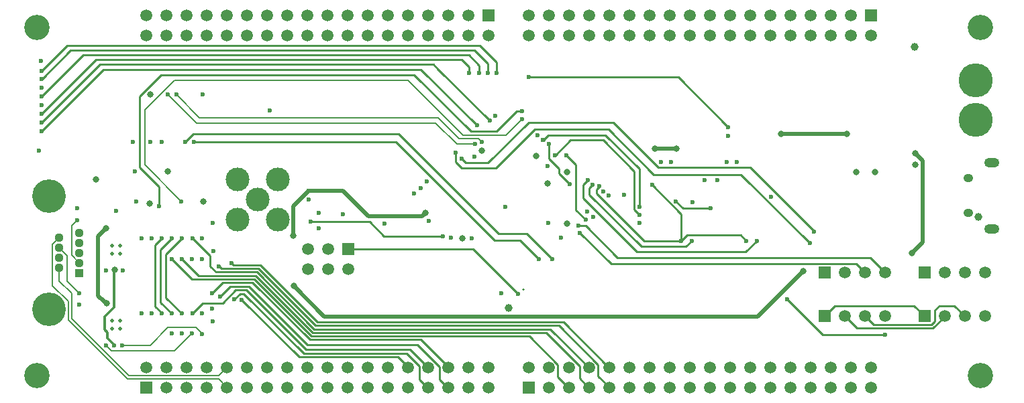
<source format=gbr>
%TF.GenerationSoftware,Altium Limited,Altium Designer,22.1.2 (22)*%
G04 Layer_Physical_Order=3*
G04 Layer_Color=16440176*
%FSLAX45Y45*%
%MOMM*%
%TF.SameCoordinates,3CA235EB-07BA-4011-868A-CA015CDCDCF0*%
%TF.FilePolarity,Positive*%
%TF.FileFunction,Copper,L3,Inr,Signal*%
%TF.Part,Single*%
G01*
G75*
%TA.AperFunction,Conductor*%
%ADD51C,0.50000*%
%ADD52C,0.25000*%
%ADD53C,0.30000*%
%ADD54C,0.20000*%
%TA.AperFunction,ComponentPad*%
%ADD58C,1.50000*%
%ADD59R,1.50000X1.50000*%
%ADD60C,4.24000*%
%ADD61R,1.12000X1.12000*%
%ADD62C,1.12000*%
%ADD63O,1.90000X1.20000*%
%ADD64O,1.25000X1.05000*%
%ADD65C,4.30000*%
%ADD66C,3.00000*%
%TA.AperFunction,ViaPad*%
%ADD67C,0.80000*%
%ADD68C,0.60000*%
%ADD69C,1.00000*%
%ADD70C,0.50000*%
%ADD71C,3.20000*%
D51*
X1171882Y1210000D02*
X1180000D01*
X1105355Y1267279D02*
X1114603D01*
X1171882Y1210000D01*
X1070000Y1302634D02*
X1105355Y1267279D01*
X1070000Y1302634D02*
Y2060000D01*
X3540000Y1430000D02*
X3925000Y1045000D01*
X9395000D01*
X9970000Y1620000D01*
X4480000Y2310000D02*
X5157426D01*
X5197426Y2350000D01*
X3730000Y2630000D02*
X4160000D01*
X4480000Y2310000D01*
X3530000Y2440208D02*
X3717879Y2628087D01*
X3530000Y2070000D02*
Y2440208D01*
X3717879Y2628087D02*
X3728087D01*
X3730000Y2630000D01*
X8100000Y3170000D02*
X8370000D01*
X9690000Y3350000D02*
X10520000D01*
X11340000Y1850000D02*
X11475000Y1985000D01*
X11340000Y1850000D02*
X11340000D01*
X11475000Y1985000D02*
Y3015000D01*
X11380000Y3110000D02*
X11475000Y3015000D01*
X1070000Y2060000D02*
X1170000Y2160000D01*
D52*
X7507500Y3412500D02*
X8080000Y2840000D01*
X9180000D01*
X10050000Y1970000D01*
X8360000Y2500000D02*
X8450000Y2410000D01*
X8800000D01*
X8430000Y1990000D02*
Y2000000D01*
X8060000Y2710000D02*
X8430000Y2340000D01*
Y2000000D02*
Y2340000D01*
X7900000Y2430000D02*
Y2910000D01*
X7837500Y2392500D02*
X7900000Y2330000D01*
X7837500Y2392500D02*
Y2877500D01*
X8502500Y2072500D02*
X9177500D01*
X6696472Y3273528D02*
X6700000Y3270000D01*
X7470000Y3340000D02*
X7900000Y2910000D01*
X7962584Y2000000D02*
X8430000D01*
X6886651Y2853348D02*
X7020000Y2720000D01*
X6886651Y2853348D02*
Y2913349D01*
X6760000Y3040000D02*
X6886651Y2913349D01*
X6760000Y3040000D02*
Y3225000D01*
X7100000Y2390000D02*
Y2960000D01*
Y2390000D02*
X7220000Y2270000D01*
X6980000Y3080000D02*
X7100000Y2960000D01*
X7130000Y2190000D02*
X7220000D01*
X7190000Y2540000D02*
Y2710000D01*
Y2540000D02*
X7870000Y1860000D01*
X9240000D01*
X6840000Y3080000D02*
Y3082022D01*
X7032978Y3275000D02*
X7440000D01*
X6840000Y3082022D02*
X7032978Y3275000D01*
X7440000D02*
X7837500Y2877500D01*
X6696472Y3273528D02*
Y3286392D01*
X6750080Y3340000D01*
X7470000D01*
X7360000Y2602584D02*
X7962584Y2000000D01*
X7270000Y2580000D02*
X7922500Y1927500D01*
X8487500D01*
X6390000Y2010000D02*
X6630000Y1770000D01*
X6070000Y2010000D02*
X6390000D01*
X6480000Y2090000D02*
X6800000Y1770000D01*
X6120000Y2090000D02*
X6480000D01*
X6430000Y1390000D02*
X6432909Y1387091D01*
X4230000Y1899000D02*
X5801000D01*
X6370000Y1330000D01*
X3750000Y2240000D02*
X4495000D01*
X4675000Y2060000D01*
X5660000Y2920000D02*
X6087470D01*
X5580000Y3000000D02*
Y3110000D01*
Y3000000D02*
X5660000Y2920000D01*
X6087470D02*
X6579970Y3412500D01*
X8139969Y2927500D02*
X9297561D01*
X10100000Y2120000D02*
Y2125061D01*
X9297561Y2927500D02*
X10100000Y2125061D01*
X6579970Y3412500D02*
X7507500D01*
X6500000Y3500000D02*
X7567469D01*
X5990000Y2990000D02*
X6500000Y3500000D01*
X5710000Y2990000D02*
X5990000D01*
X7567469Y3500000D02*
X8139969Y2927500D01*
X5660000Y3040000D02*
X5710000Y2990000D01*
X3758639Y795000D02*
X6511028D01*
X6870000Y436028D01*
Y280000D02*
Y436028D01*
Y280000D02*
X7010000Y140000D01*
X3020000Y1470000D02*
X3740000Y750000D01*
X3710000Y690000D02*
X5100028D01*
X5380000Y410028D01*
X3690000Y630000D02*
X5008000D01*
X2977501Y1422500D02*
X3710000Y690000D01*
X2883735Y1253735D02*
X3607469Y530000D01*
X5380000Y250000D02*
Y410028D01*
X3665000Y575000D02*
X4961028D01*
X5121305Y414722D01*
X5008000Y630000D02*
X5238000Y400000D01*
X5121305Y248695D02*
Y414722D01*
X3038639Y1515000D02*
X3758639Y795000D01*
X4854000Y530000D02*
X4980000Y404000D01*
X2907500Y1332500D02*
X3665000Y575000D01*
X2942500Y1377500D02*
X3690000Y630000D01*
X3740000Y750000D02*
X5142000D01*
X3607469Y530000D02*
X4854000D01*
X4980000Y400000D02*
Y404000D01*
X5142000Y750000D02*
X5480000Y412000D01*
Y400000D02*
Y412000D01*
X6884028Y930000D02*
X7380000Y434028D01*
Y290000D02*
X7520000Y150000D01*
X7380000Y290000D02*
Y434028D01*
X7145305Y264695D02*
X7270000Y140000D01*
X7145305Y264695D02*
Y414723D01*
X6941001Y975000D02*
X7506000Y410000D01*
X3833198Y975000D02*
X6941001D01*
X7506000Y410000D02*
X7510000D01*
X3814558Y930000D02*
X6884028D01*
X6720028Y840000D02*
X7145305Y414723D01*
X7262000Y400000D02*
X7270000D01*
X3795918Y885000D02*
X6777000D01*
X7262000Y400000D01*
X3777279Y840000D02*
X6720028D01*
X3057279Y1560000D02*
X3777279Y840000D01*
X3075918Y1605000D02*
X3795918Y885000D01*
X3113197Y1695000D02*
X3833198Y975000D01*
X3094558Y1650000D02*
X3814558Y930000D01*
X3010000Y1650000D02*
X3094558D01*
X3010000Y1650000D02*
X3010000Y1650000D01*
X2340000Y1560000D02*
X3057279D01*
X2732500Y1422500D02*
X2977501D01*
X2859970Y1332500D02*
X2907500D01*
X2640000Y1470000D02*
X3020000D01*
X2255000Y1515000D02*
X3038639D01*
X2804969Y1377500D02*
X2942500D01*
X2790000Y1262530D02*
X2859970Y1332500D01*
X2510000Y1340000D02*
X2640000Y1470000D01*
X2610000Y1300000D02*
X2732500Y1422500D01*
X2777500Y1695000D02*
X3113197D01*
X2750000Y1722500D02*
X2777500Y1695000D01*
X2629471Y1650000D02*
X3010000D01*
X2590000Y1680000D02*
X2599471D01*
X2629471Y1650000D01*
X2555000Y1605000D02*
X3075918D01*
X2000000Y1770000D02*
X2255000Y1515000D01*
X2130000Y1770000D02*
X2340000Y1560000D01*
X2480000Y1680000D02*
X2555000Y1605000D01*
X2480000Y1680000D02*
Y1809792D01*
X2259794Y2029998D02*
X2480000Y1809792D01*
X2639985Y1212515D02*
X2804969Y1377500D01*
X1790000Y1950000D02*
X1868861Y2028861D01*
X5121305Y248695D02*
X5227473Y142527D01*
X5380000Y250000D02*
X5481472Y148528D01*
X2392515Y1212515D02*
X2639985D01*
X2259896Y1079896D02*
X2392515Y1212515D01*
X2790000Y1260000D02*
Y1262530D01*
X12248000Y1590000D02*
X12260000D01*
X3710000Y140000D02*
Y150000D01*
X3960000Y1631000D02*
X3975000Y1616000D01*
X4860000Y3350000D02*
X6120000Y2090000D01*
X4830001Y3249999D02*
X6070000Y2010000D01*
X2170000Y3250000D02*
X2270000Y3350000D01*
X2279999Y3249999D02*
X4830001D01*
X2270000Y3350000D02*
X4860000D01*
X1860000Y1220000D02*
X2000000Y1080000D01*
X1840000Y2440000D02*
Y2682531D01*
X1590000Y2932530D02*
Y3826672D01*
Y2932530D02*
X1840000Y2682531D01*
X7310000Y2707855D02*
Y2710000D01*
X3190000Y400000D02*
X3206000D01*
X3960000Y1631000D02*
X3975000Y1646000D01*
X1790000Y1169471D02*
X1870000Y1089471D01*
X1790000Y1169471D02*
Y1950000D01*
X1860000Y1890000D02*
X2000000Y2030000D01*
X1860000Y1220000D02*
Y1890000D01*
X1870000Y1080000D02*
Y1089471D01*
X1927500Y1282500D02*
X2130000Y1080000D01*
X1927500Y1282500D02*
Y1827500D01*
X2130000Y2030000D01*
X7190000Y2710000D02*
X7250000Y2770000D01*
X7270000Y2667855D02*
X7310000Y2707855D01*
X9760000Y1260000D02*
Y1260000D01*
Y1260000D02*
X10210000Y810000D01*
X11000000D01*
X7270000Y2580000D02*
Y2667855D01*
X9240000Y1860000D02*
X9380000Y2000000D01*
X8487500Y1927500D02*
X8560000Y2000000D01*
X7390000Y2680529D02*
Y2690000D01*
X7360000Y2650529D02*
X7390000Y2680529D01*
X7360000Y2602584D02*
Y2650529D01*
X7620000Y1790000D02*
X10810000D01*
X7220000Y2190000D02*
X7620000Y1790000D01*
X10810000D02*
X11000000Y1600000D01*
X7150000Y2100000D02*
X7542500Y1707500D01*
X10638500D02*
X10746000Y1600000D01*
X7542500Y1707500D02*
X10638500D01*
X6500000Y4070000D02*
X8390000D01*
X9020000Y3440000D01*
X6350000Y3640000D02*
X6420000D01*
X5772500Y3387500D02*
X6097500D01*
X6350000Y3640000D01*
X5060000Y4100000D02*
X5772500Y3387500D01*
X1863328Y4100000D02*
X5060000D01*
X1590000Y3826672D02*
X1863328Y4100000D01*
X6001163Y3519550D02*
X6010634D01*
X5360184Y4170000D02*
X6010634Y3519550D01*
X5144235Y4165765D02*
X5850000Y3460000D01*
X1135765Y4165765D02*
X5144235D01*
X1090000Y4230000D02*
X5300000D01*
X5360000Y4170000D01*
X4675000Y2060000D02*
X5420000D01*
X360000Y3390000D02*
X1135765Y4165765D01*
X360000Y3500000D02*
X1090000Y4230000D01*
X5660000Y4290000D02*
X5750000Y4200000D01*
X1040000Y4290000D02*
X5660000D01*
X360000Y3610000D02*
X1040000Y4290000D01*
X5750000Y4350000D02*
X5880000Y4220000D01*
X880000Y4350000D02*
X5750000D01*
X360000Y3830000D02*
X880000Y4350000D01*
X362530Y4050000D02*
X722530Y4410000D01*
X5820000D02*
X5990000Y4240000D01*
X722530Y4410000D02*
X5820000D01*
X360000Y4050000D02*
X362530D01*
X360000Y4150000D02*
X680000Y4470000D01*
X5750000Y4120000D02*
Y4200000D01*
X5880000Y4120000D02*
Y4220000D01*
X680000Y4470000D02*
X5890000D01*
X6100000Y4260000D01*
X5990000Y4120000D02*
Y4240000D01*
X6100000Y4120000D02*
Y4260000D01*
X9177500Y2072500D02*
X9250000Y2000000D01*
X8430000D02*
X8502500Y2072500D01*
X11603101Y897500D02*
X11750000Y1044399D01*
Y1050000D01*
X10492000D02*
X10644500Y897500D01*
X11603101D01*
X12004000Y1050000D02*
X12010000Y1044000D01*
X11874000Y1180000D02*
X12004000Y1050000D01*
X11681876Y1180000D02*
X11874000D01*
X12010000Y1040000D02*
Y1044000D01*
X11627231Y985269D02*
Y1125355D01*
X11681876Y1180000D01*
X11584462Y942500D02*
X11627231Y985269D01*
X10746000Y1050000D02*
X10853500Y942500D01*
X11584462D01*
X11496000Y1050000D02*
X11500000D01*
X11366000Y1180000D02*
X11496000Y1050000D01*
X10368000Y1180000D02*
X11366000D01*
X10238000Y1050000D02*
X10368000Y1180000D01*
X6207500Y2432500D02*
X6210000Y2430000D01*
D53*
X1150000Y880000D02*
X1189287Y840713D01*
X1270000Y680000D02*
Y686066D01*
X1189287Y766779D02*
Y840713D01*
Y766779D02*
X1270000Y686066D01*
Y1630000D02*
X1276568Y1636568D01*
X1270000Y1160000D02*
Y1630000D01*
X5197426Y2350000D02*
X5200000D01*
X1150000Y880000D02*
Y1040000D01*
X1270000Y1160000D01*
D54*
X1456005Y295000D02*
X2595000D01*
X2700000Y400000D01*
X2698000Y146000D02*
X2700000Y144000D01*
X2589000Y255000D02*
X2698000Y146000D01*
X1439437Y255000D02*
X2589000D01*
X2700000Y140000D02*
Y144000D01*
X736500Y1014505D02*
X1456005Y295000D01*
X696500Y997937D02*
X1439437Y255000D01*
X736500Y1014505D02*
Y1336172D01*
X581500Y1491173D02*
X736500Y1336172D01*
X581500Y1491173D02*
Y1659500D01*
X696500Y997937D02*
Y1232740D01*
X495500Y1433740D02*
X696500Y1232740D01*
X495500Y1433740D02*
Y1954500D01*
X581500Y2040500D01*
X1950000Y904000D02*
X2306000D01*
X1726000Y680000D02*
X1950000Y904000D01*
X2306000D02*
X2380000Y830000D01*
X5360000Y3560000D02*
X5625065Y3294936D01*
X2059999Y3850000D02*
X2350000Y3560000D01*
X5360000D01*
X2310000Y3490000D02*
X5330001D01*
X1950000Y3850000D02*
X2310000Y3490000D01*
X5330001D02*
X5595065Y3224936D01*
X5824936D01*
X5865064Y3294936D02*
X5910000Y3250000D01*
X5625065Y3294936D02*
X5865064D01*
X6215021Y3334936D02*
X6418808Y3538723D01*
X5675065Y3334936D02*
X6215021D01*
X4980000Y4030000D02*
X5675065Y3334936D01*
X2380000Y822499D02*
Y830000D01*
X2030000Y610000D02*
X2250000Y830000D01*
X1240000Y610000D02*
X2030000D01*
X1170000Y680000D02*
X1240000Y610000D01*
X680000Y1490000D02*
X820000Y1350000D01*
X680000Y1490000D02*
Y1815000D01*
X581500Y1913500D02*
X680000Y1815000D01*
X740000Y2190000D02*
X810000Y2260000D01*
X740000Y1818501D02*
X835500Y1723000D01*
X740000Y1818501D02*
Y2190000D01*
X835500Y1723000D02*
X840000Y1718501D01*
Y1710000D02*
Y1718501D01*
X820000Y1340000D02*
Y1350000D01*
X1370000Y680000D02*
X1726000D01*
X840000Y1730000D02*
X853396D01*
X1660000Y3660000D02*
X2030000Y4030000D01*
X4980000D01*
X1660000Y2960000D02*
Y3660000D01*
Y2960000D02*
X2120000Y2500000D01*
D58*
X7008000Y146000D02*
D03*
X7262000D02*
D03*
X7262000Y400000D02*
D03*
X7516000Y146000D02*
D03*
X7516000Y400000D02*
D03*
X12258000Y1050000D02*
D03*
X12004000D02*
D03*
X11750000D02*
D03*
X12258000Y1600000D02*
D03*
X12004000D02*
D03*
X11750000D02*
D03*
X5492000Y146000D02*
D03*
X6500000Y400000D02*
D03*
X6754000Y146000D02*
D03*
Y400000D02*
D03*
X7008000D02*
D03*
X7770000Y146000D02*
D03*
Y400000D02*
D03*
X8024000Y146000D02*
D03*
X8024000Y400000D02*
D03*
X8278000Y146000D02*
D03*
Y400000D02*
D03*
X8532000Y146000D02*
D03*
Y400000D02*
D03*
X8786000Y146000D02*
D03*
Y400000D02*
D03*
X9040000Y146000D02*
D03*
Y400000D02*
D03*
X9294000Y146000D02*
D03*
X9294000Y400000D02*
D03*
X9548000Y146000D02*
D03*
X9548000Y400000D02*
D03*
X9802000Y146000D02*
D03*
Y400000D02*
D03*
X10056000Y146000D02*
D03*
Y400000D02*
D03*
X10310000Y146000D02*
D03*
X10310000Y400000D02*
D03*
X10564000Y146000D02*
D03*
Y400000D02*
D03*
X10818000Y146000D02*
D03*
Y400000D02*
D03*
X1682000D02*
D03*
X1936000Y146000D02*
D03*
Y400000D02*
D03*
X2190001Y146000D02*
D03*
X2190000Y400000D02*
D03*
X2444000Y146000D02*
D03*
X2444000Y400000D02*
D03*
X2698000Y146000D02*
D03*
X2698000Y400000D02*
D03*
X2952000Y146000D02*
D03*
Y400000D02*
D03*
X3206000Y146000D02*
D03*
X3206000Y400000D02*
D03*
X3460000Y146000D02*
D03*
X3460000Y400000D02*
D03*
X3714000Y146000D02*
D03*
Y400000D02*
D03*
X3968000Y146000D02*
D03*
Y400000D02*
D03*
X4222000Y146000D02*
D03*
Y400000D02*
D03*
X4476001Y146000D02*
D03*
X4476000Y400000D02*
D03*
X4730000Y146000D02*
D03*
X4730000Y400000D02*
D03*
X4984000Y146000D02*
D03*
Y400000D02*
D03*
X5238000Y146000D02*
D03*
Y400000D02*
D03*
X5492000D02*
D03*
X5746000Y146000D02*
D03*
X5746000Y400000D02*
D03*
X6000000Y146000D02*
D03*
X6000000Y400000D02*
D03*
X4229000Y1646000D02*
D03*
X3975000Y1900000D02*
D03*
Y1646000D02*
D03*
X3721000Y1900000D02*
D03*
Y1646000D02*
D03*
X11000000Y1600000D02*
D03*
X10746000D02*
D03*
X10492000D02*
D03*
X11000000Y1050000D02*
D03*
X10746000D02*
D03*
X10492000D02*
D03*
X6500000Y4596000D02*
D03*
X6500000Y4850000D02*
D03*
X6754000Y4596000D02*
D03*
Y4850000D02*
D03*
X7008000Y4596000D02*
D03*
X7008000Y4850000D02*
D03*
X7262000Y4596000D02*
D03*
Y4850000D02*
D03*
X7516000Y4596000D02*
D03*
Y4850000D02*
D03*
X7770000Y4596000D02*
D03*
X7770000Y4850000D02*
D03*
X8024000Y4596000D02*
D03*
X8024000Y4850000D02*
D03*
X8278000Y4596000D02*
D03*
Y4850000D02*
D03*
X8532000Y4596000D02*
D03*
Y4850000D02*
D03*
X8786000Y4596000D02*
D03*
X8786000Y4850000D02*
D03*
X9040000Y4596000D02*
D03*
Y4850000D02*
D03*
X9294000Y4596000D02*
D03*
X9294000Y4850000D02*
D03*
X9548000Y4596000D02*
D03*
Y4850000D02*
D03*
X9802000Y4596000D02*
D03*
X9802000Y4850000D02*
D03*
X10056000Y4596000D02*
D03*
X10056000Y4850000D02*
D03*
X10310000Y4596000D02*
D03*
Y4850000D02*
D03*
X10564000Y4596000D02*
D03*
Y4850000D02*
D03*
X10818000Y4596000D02*
D03*
X1682000D02*
D03*
Y4850000D02*
D03*
X1936000Y4596000D02*
D03*
X1936000Y4850000D02*
D03*
X2190000Y4596000D02*
D03*
Y4850000D02*
D03*
X2444000Y4596000D02*
D03*
Y4850000D02*
D03*
X2698000Y4596000D02*
D03*
Y4850000D02*
D03*
X2952000Y4596000D02*
D03*
X2952000Y4850000D02*
D03*
X3206000Y4596000D02*
D03*
X3206000Y4850000D02*
D03*
X3460000Y4596000D02*
D03*
Y4850000D02*
D03*
X3714000Y4596000D02*
D03*
Y4850000D02*
D03*
X3968000Y4596000D02*
D03*
Y4850000D02*
D03*
X4222000Y4596000D02*
D03*
X4222000Y4850000D02*
D03*
X4476000Y4596000D02*
D03*
Y4850000D02*
D03*
X4730000Y4596000D02*
D03*
Y4850000D02*
D03*
X4984000Y4596000D02*
D03*
Y4850000D02*
D03*
X5238000Y4596000D02*
D03*
Y4850000D02*
D03*
X5492000Y4596000D02*
D03*
X5492000Y4850000D02*
D03*
X5746000Y4596000D02*
D03*
Y4850000D02*
D03*
X6000000Y4596000D02*
D03*
D59*
X11496000Y1050000D02*
D03*
X11496000Y1600000D02*
D03*
X6500000Y146000D02*
D03*
X1682000D02*
D03*
X4229000Y1900000D02*
D03*
X10238000Y1600000D02*
D03*
Y1050000D02*
D03*
X10818000Y4850000D02*
D03*
X6000000D02*
D03*
D60*
X454500Y1132500D02*
D03*
Y2567500D02*
D03*
D61*
X835500Y1596000D02*
D03*
D62*
X835500Y1723000D02*
D03*
Y1850000D02*
D03*
Y1977000D02*
D03*
Y2104000D02*
D03*
X581500Y1659500D02*
D03*
X581500Y1786500D02*
D03*
Y1913500D02*
D03*
X581500Y2040500D02*
D03*
D63*
X12350000Y2155000D02*
D03*
Y2990000D02*
D03*
D64*
X12050000Y2795000D02*
D03*
X12050000Y2350000D02*
D03*
D65*
X12140000Y4030000D02*
D03*
Y3530000D02*
D03*
D66*
X3080000Y2520000D02*
D03*
X3333992Y2265992D02*
D03*
Y2773992D02*
D03*
X2825992D02*
D03*
Y2265992D02*
D03*
D67*
X1180000Y1210000D02*
D03*
X1276568Y1636568D02*
D03*
X3540000Y1430000D02*
D03*
X9970000Y1620000D02*
D03*
X1040000Y2780000D02*
D03*
X3530000Y2070000D02*
D03*
X8100000Y3170000D02*
D03*
X8370000D02*
D03*
X6990000Y2870000D02*
D03*
X9690000Y3350000D02*
D03*
X10520000D02*
D03*
X6600000Y3070000D02*
D03*
X11340000Y1850000D02*
D03*
X1950000Y2880000D02*
D03*
X1720000Y2470000D02*
D03*
X1170000Y2160000D02*
D03*
X6740000Y2730000D02*
D03*
X5670000Y2030000D02*
D03*
X2400000Y2500000D02*
D03*
X1730000Y3850000D02*
D03*
X5200000Y2350000D02*
D03*
X11380000Y3110000D02*
D03*
Y2960000D02*
D03*
X10870000Y2870000D02*
D03*
X10640000D02*
D03*
X6990000Y2222530D02*
D03*
X5910000Y3140000D02*
D03*
D68*
X8880000Y2770000D02*
D03*
X8570000Y2490000D02*
D03*
X8720000Y2770000D02*
D03*
X8800000Y2410000D02*
D03*
X8060000Y2710000D02*
D03*
X8360000Y2500000D02*
D03*
X7900000Y2430000D02*
D03*
Y2230000D02*
D03*
X7020000Y2720000D02*
D03*
X7130000Y2190000D02*
D03*
X7320000Y2300000D02*
D03*
X7240000Y2370000D02*
D03*
X7900000Y2330000D02*
D03*
X6630000Y1770000D02*
D03*
X6800000D02*
D03*
X1380000Y1630000D02*
D03*
X6160009Y1337500D02*
D03*
X6370000Y1330000D02*
D03*
X10050000Y1970000D02*
D03*
X3730000Y2520000D02*
D03*
X2520000Y2230000D02*
D03*
X9561265Y2561265D02*
D03*
X10100000Y2120000D02*
D03*
X6610000Y3340000D02*
D03*
X6760000Y3225000D02*
D03*
X6837978Y3080000D02*
D03*
X6685040Y3274960D02*
D03*
X6740000Y2950000D02*
D03*
X6980000Y3080000D02*
D03*
X5820000Y3062500D02*
D03*
X2750000Y1722500D02*
D03*
X2590000Y1680000D02*
D03*
X2380000Y1770000D02*
D03*
X2000000D02*
D03*
X2250000D02*
D03*
X2130000D02*
D03*
X2259794Y2029998D02*
D03*
X1870000Y2030000D02*
D03*
X2520916Y1871406D02*
D03*
X2883735Y1253735D02*
D03*
X2610000Y1300000D02*
D03*
X2510000Y1340000D02*
D03*
X2790000Y1260000D02*
D03*
X2507485Y1140015D02*
D03*
X2519969Y982500D02*
D03*
X5910000Y3250000D02*
D03*
X2059999Y3850000D02*
D03*
X5824936Y3224936D02*
D03*
X2380000Y822499D02*
D03*
X2254000Y834000D02*
D03*
X2127000Y830000D02*
D03*
X2000000D02*
D03*
Y1080000D02*
D03*
X1530000Y2880000D02*
D03*
X1550000Y2500000D02*
D03*
X6750000Y2230000D02*
D03*
X7310000Y2710000D02*
D03*
X5220000Y2750000D02*
D03*
X5140000Y2670000D02*
D03*
X2259896Y1079896D02*
D03*
X2380000Y1080000D02*
D03*
Y2030000D02*
D03*
X1270000Y680000D02*
D03*
X830000Y1190000D02*
D03*
Y1340000D02*
D03*
X810000Y2260000D02*
D03*
Y2410000D02*
D03*
X1750000Y1080000D02*
D03*
X5520000Y2040000D02*
D03*
X5785104Y2035104D02*
D03*
X7220000Y2270000D02*
D03*
X3750000Y2240000D02*
D03*
X1170000Y1630000D02*
D03*
Y680000D02*
D03*
X1370000D02*
D03*
X2130000Y2030000D02*
D03*
X1620000D02*
D03*
X1750000D02*
D03*
X2000000D02*
D03*
X1870000Y1080000D02*
D03*
X2130000D02*
D03*
X7250000Y2770000D02*
D03*
X8430000Y2000000D02*
D03*
X9760000Y1260000D02*
D03*
X11000000Y810000D02*
D03*
X7390000Y2690000D02*
D03*
X7150000Y2100000D02*
D03*
X7440046Y2625069D02*
D03*
X9020000Y3440000D02*
D03*
X6500000Y4070000D02*
D03*
X7710000Y2580000D02*
D03*
X1950000Y3850000D02*
D03*
X1510000Y3250000D02*
D03*
X6010634Y3519550D02*
D03*
X5580000Y3120000D02*
D03*
X5850000Y3460000D02*
D03*
X6420000Y3640000D02*
D03*
X6418808Y3538723D02*
D03*
X3850000Y2160000D02*
D03*
X2170000Y3250000D02*
D03*
X1870000Y3250000D02*
D03*
X5240000Y2250000D02*
D03*
X5060000Y2600000D02*
D03*
X1840000Y2440000D02*
D03*
X3730000Y2630000D02*
D03*
X3850000Y2350000D02*
D03*
X4160000Y2340000D02*
D03*
X360000Y4150000D02*
D03*
X6080000Y3580000D02*
D03*
X3240000Y3650000D02*
D03*
X360000Y3390000D02*
D03*
Y3500000D02*
D03*
Y3610000D02*
D03*
Y3830000D02*
D03*
Y4050000D02*
D03*
X320000Y3140000D02*
D03*
X350000Y4280000D02*
D03*
X360000Y3720000D02*
D03*
Y3940000D02*
D03*
X7512500Y2572500D02*
D03*
X8560000Y2000000D02*
D03*
X8170000Y3000000D02*
D03*
X8300000D02*
D03*
X9000000D02*
D03*
X9130000D02*
D03*
X9250000Y2000000D02*
D03*
X9380000D02*
D03*
X9020000Y3330000D02*
D03*
X1300000Y2380000D02*
D03*
X2120000Y2500000D02*
D03*
X1619000Y1081000D02*
D03*
X2279999Y3249999D02*
D03*
X1730103Y3249896D02*
D03*
X2390000Y3850000D02*
D03*
X5420000Y2060000D02*
D03*
X6210000Y2430000D02*
D03*
X4680000Y2220000D02*
D03*
X5750000Y4120000D02*
D03*
X5880000D02*
D03*
X6100000D02*
D03*
X5990000D02*
D03*
X5660000Y3040000D02*
D03*
X6910000Y2040000D02*
D03*
D69*
X11375000Y4450000D02*
D03*
X12175000Y2300000D02*
D03*
X6250000Y1150000D02*
D03*
D70*
X1350000Y1840000D02*
D03*
Y1940000D02*
D03*
X1250000Y1840000D02*
D03*
Y1940000D02*
D03*
X1350000Y890001D02*
D03*
X1350000Y990000D02*
D03*
X1250000Y890000D02*
D03*
Y990000D02*
D03*
D71*
X12200000Y300000D02*
D03*
Y4700000D02*
D03*
X300000Y300000D02*
D03*
Y4700000D02*
D03*
%TF.MD5,8bf3b16bdb8a12ab504cc20093aceb3a*%
M02*

</source>
